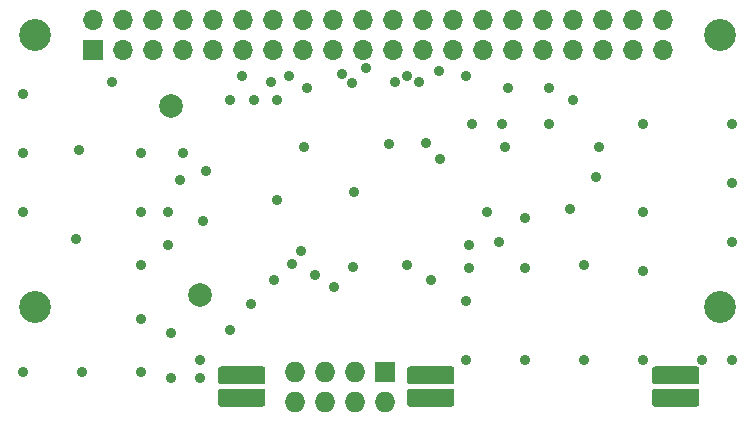
<source format=gbs>
G04 #@! TF.GenerationSoftware,KiCad,Pcbnew,(5.1.5-0)*
G04 #@! TF.CreationDate,2020-04-28T00:47:03+02:00*
G04 #@! TF.ProjectId,ecg_ads1292_main,6563675f-6164-4733-9132-39325f6d6169,rev?*
G04 #@! TF.SameCoordinates,Original*
G04 #@! TF.FileFunction,Soldermask,Bot*
G04 #@! TF.FilePolarity,Negative*
%FSLAX46Y46*%
G04 Gerber Fmt 4.6, Leading zero omitted, Abs format (unit mm)*
G04 Created by KiCad (PCBNEW (5.1.5-0)) date 2020-04-28 00:47:03*
%MOMM*%
%LPD*%
G04 APERTURE LIST*
%ADD10O,1.727200X1.727200*%
%ADD11R,1.727200X1.727200*%
%ADD12C,2.000000*%
%ADD13C,0.150000*%
%ADD14R,1.700000X1.700000*%
%ADD15O,1.700000X1.700000*%
%ADD16C,2.700000*%
%ADD17C,0.900000*%
G04 APERTURE END LIST*
D10*
X225480000Y-128540000D03*
X225480000Y-126000000D03*
X228020000Y-128540000D03*
X228020000Y-126000000D03*
X230560000Y-128540000D03*
X230560000Y-126000000D03*
X233100000Y-128540000D03*
D11*
X233100000Y-126000000D03*
D12*
X215000000Y-103500000D03*
X217500000Y-119500000D03*
D13*
G36*
X222774505Y-127426204D02*
G01*
X222798773Y-127429804D01*
X222822572Y-127435765D01*
X222845671Y-127444030D01*
X222867850Y-127454520D01*
X222888893Y-127467132D01*
X222908599Y-127481747D01*
X222926777Y-127498223D01*
X222943253Y-127516401D01*
X222957868Y-127536107D01*
X222970480Y-127557150D01*
X222980970Y-127579329D01*
X222989235Y-127602428D01*
X222995196Y-127626227D01*
X222998796Y-127650495D01*
X223000000Y-127674999D01*
X223000000Y-128700001D01*
X222998796Y-128724505D01*
X222995196Y-128748773D01*
X222989235Y-128772572D01*
X222980970Y-128795671D01*
X222970480Y-128817850D01*
X222957868Y-128838893D01*
X222943253Y-128858599D01*
X222926777Y-128876777D01*
X222908599Y-128893253D01*
X222888893Y-128907868D01*
X222867850Y-128920480D01*
X222845671Y-128930970D01*
X222822572Y-128939235D01*
X222798773Y-128945196D01*
X222774505Y-128948796D01*
X222750001Y-128950000D01*
X219249999Y-128950000D01*
X219225495Y-128948796D01*
X219201227Y-128945196D01*
X219177428Y-128939235D01*
X219154329Y-128930970D01*
X219132150Y-128920480D01*
X219111107Y-128907868D01*
X219091401Y-128893253D01*
X219073223Y-128876777D01*
X219056747Y-128858599D01*
X219042132Y-128838893D01*
X219029520Y-128817850D01*
X219019030Y-128795671D01*
X219010765Y-128772572D01*
X219004804Y-128748773D01*
X219001204Y-128724505D01*
X219000000Y-128700001D01*
X219000000Y-127674999D01*
X219001204Y-127650495D01*
X219004804Y-127626227D01*
X219010765Y-127602428D01*
X219019030Y-127579329D01*
X219029520Y-127557150D01*
X219042132Y-127536107D01*
X219056747Y-127516401D01*
X219073223Y-127498223D01*
X219091401Y-127481747D01*
X219111107Y-127467132D01*
X219132150Y-127454520D01*
X219154329Y-127444030D01*
X219177428Y-127435765D01*
X219201227Y-127429804D01*
X219225495Y-127426204D01*
X219249999Y-127425000D01*
X222750001Y-127425000D01*
X222774505Y-127426204D01*
G37*
G36*
X222774505Y-125551204D02*
G01*
X222798773Y-125554804D01*
X222822572Y-125560765D01*
X222845671Y-125569030D01*
X222867850Y-125579520D01*
X222888893Y-125592132D01*
X222908599Y-125606747D01*
X222926777Y-125623223D01*
X222943253Y-125641401D01*
X222957868Y-125661107D01*
X222970480Y-125682150D01*
X222980970Y-125704329D01*
X222989235Y-125727428D01*
X222995196Y-125751227D01*
X222998796Y-125775495D01*
X223000000Y-125799999D01*
X223000000Y-126825001D01*
X222998796Y-126849505D01*
X222995196Y-126873773D01*
X222989235Y-126897572D01*
X222980970Y-126920671D01*
X222970480Y-126942850D01*
X222957868Y-126963893D01*
X222943253Y-126983599D01*
X222926777Y-127001777D01*
X222908599Y-127018253D01*
X222888893Y-127032868D01*
X222867850Y-127045480D01*
X222845671Y-127055970D01*
X222822572Y-127064235D01*
X222798773Y-127070196D01*
X222774505Y-127073796D01*
X222750001Y-127075000D01*
X219249999Y-127075000D01*
X219225495Y-127073796D01*
X219201227Y-127070196D01*
X219177428Y-127064235D01*
X219154329Y-127055970D01*
X219132150Y-127045480D01*
X219111107Y-127032868D01*
X219091401Y-127018253D01*
X219073223Y-127001777D01*
X219056747Y-126983599D01*
X219042132Y-126963893D01*
X219029520Y-126942850D01*
X219019030Y-126920671D01*
X219010765Y-126897572D01*
X219004804Y-126873773D01*
X219001204Y-126849505D01*
X219000000Y-126825001D01*
X219000000Y-125799999D01*
X219001204Y-125775495D01*
X219004804Y-125751227D01*
X219010765Y-125727428D01*
X219019030Y-125704329D01*
X219029520Y-125682150D01*
X219042132Y-125661107D01*
X219056747Y-125641401D01*
X219073223Y-125623223D01*
X219091401Y-125606747D01*
X219111107Y-125592132D01*
X219132150Y-125579520D01*
X219154329Y-125569030D01*
X219177428Y-125560765D01*
X219201227Y-125554804D01*
X219225495Y-125551204D01*
X219249999Y-125550000D01*
X222750001Y-125550000D01*
X222774505Y-125551204D01*
G37*
G36*
X238774505Y-127426204D02*
G01*
X238798773Y-127429804D01*
X238822572Y-127435765D01*
X238845671Y-127444030D01*
X238867850Y-127454520D01*
X238888893Y-127467132D01*
X238908599Y-127481747D01*
X238926777Y-127498223D01*
X238943253Y-127516401D01*
X238957868Y-127536107D01*
X238970480Y-127557150D01*
X238980970Y-127579329D01*
X238989235Y-127602428D01*
X238995196Y-127626227D01*
X238998796Y-127650495D01*
X239000000Y-127674999D01*
X239000000Y-128700001D01*
X238998796Y-128724505D01*
X238995196Y-128748773D01*
X238989235Y-128772572D01*
X238980970Y-128795671D01*
X238970480Y-128817850D01*
X238957868Y-128838893D01*
X238943253Y-128858599D01*
X238926777Y-128876777D01*
X238908599Y-128893253D01*
X238888893Y-128907868D01*
X238867850Y-128920480D01*
X238845671Y-128930970D01*
X238822572Y-128939235D01*
X238798773Y-128945196D01*
X238774505Y-128948796D01*
X238750001Y-128950000D01*
X235249999Y-128950000D01*
X235225495Y-128948796D01*
X235201227Y-128945196D01*
X235177428Y-128939235D01*
X235154329Y-128930970D01*
X235132150Y-128920480D01*
X235111107Y-128907868D01*
X235091401Y-128893253D01*
X235073223Y-128876777D01*
X235056747Y-128858599D01*
X235042132Y-128838893D01*
X235029520Y-128817850D01*
X235019030Y-128795671D01*
X235010765Y-128772572D01*
X235004804Y-128748773D01*
X235001204Y-128724505D01*
X235000000Y-128700001D01*
X235000000Y-127674999D01*
X235001204Y-127650495D01*
X235004804Y-127626227D01*
X235010765Y-127602428D01*
X235019030Y-127579329D01*
X235029520Y-127557150D01*
X235042132Y-127536107D01*
X235056747Y-127516401D01*
X235073223Y-127498223D01*
X235091401Y-127481747D01*
X235111107Y-127467132D01*
X235132150Y-127454520D01*
X235154329Y-127444030D01*
X235177428Y-127435765D01*
X235201227Y-127429804D01*
X235225495Y-127426204D01*
X235249999Y-127425000D01*
X238750001Y-127425000D01*
X238774505Y-127426204D01*
G37*
G36*
X238774505Y-125551204D02*
G01*
X238798773Y-125554804D01*
X238822572Y-125560765D01*
X238845671Y-125569030D01*
X238867850Y-125579520D01*
X238888893Y-125592132D01*
X238908599Y-125606747D01*
X238926777Y-125623223D01*
X238943253Y-125641401D01*
X238957868Y-125661107D01*
X238970480Y-125682150D01*
X238980970Y-125704329D01*
X238989235Y-125727428D01*
X238995196Y-125751227D01*
X238998796Y-125775495D01*
X239000000Y-125799999D01*
X239000000Y-126825001D01*
X238998796Y-126849505D01*
X238995196Y-126873773D01*
X238989235Y-126897572D01*
X238980970Y-126920671D01*
X238970480Y-126942850D01*
X238957868Y-126963893D01*
X238943253Y-126983599D01*
X238926777Y-127001777D01*
X238908599Y-127018253D01*
X238888893Y-127032868D01*
X238867850Y-127045480D01*
X238845671Y-127055970D01*
X238822572Y-127064235D01*
X238798773Y-127070196D01*
X238774505Y-127073796D01*
X238750001Y-127075000D01*
X235249999Y-127075000D01*
X235225495Y-127073796D01*
X235201227Y-127070196D01*
X235177428Y-127064235D01*
X235154329Y-127055970D01*
X235132150Y-127045480D01*
X235111107Y-127032868D01*
X235091401Y-127018253D01*
X235073223Y-127001777D01*
X235056747Y-126983599D01*
X235042132Y-126963893D01*
X235029520Y-126942850D01*
X235019030Y-126920671D01*
X235010765Y-126897572D01*
X235004804Y-126873773D01*
X235001204Y-126849505D01*
X235000000Y-126825001D01*
X235000000Y-125799999D01*
X235001204Y-125775495D01*
X235004804Y-125751227D01*
X235010765Y-125727428D01*
X235019030Y-125704329D01*
X235029520Y-125682150D01*
X235042132Y-125661107D01*
X235056747Y-125641401D01*
X235073223Y-125623223D01*
X235091401Y-125606747D01*
X235111107Y-125592132D01*
X235132150Y-125579520D01*
X235154329Y-125569030D01*
X235177428Y-125560765D01*
X235201227Y-125554804D01*
X235225495Y-125551204D01*
X235249999Y-125550000D01*
X238750001Y-125550000D01*
X238774505Y-125551204D01*
G37*
G36*
X259524505Y-127426204D02*
G01*
X259548773Y-127429804D01*
X259572572Y-127435765D01*
X259595671Y-127444030D01*
X259617850Y-127454520D01*
X259638893Y-127467132D01*
X259658599Y-127481747D01*
X259676777Y-127498223D01*
X259693253Y-127516401D01*
X259707868Y-127536107D01*
X259720480Y-127557150D01*
X259730970Y-127579329D01*
X259739235Y-127602428D01*
X259745196Y-127626227D01*
X259748796Y-127650495D01*
X259750000Y-127674999D01*
X259750000Y-128700001D01*
X259748796Y-128724505D01*
X259745196Y-128748773D01*
X259739235Y-128772572D01*
X259730970Y-128795671D01*
X259720480Y-128817850D01*
X259707868Y-128838893D01*
X259693253Y-128858599D01*
X259676777Y-128876777D01*
X259658599Y-128893253D01*
X259638893Y-128907868D01*
X259617850Y-128920480D01*
X259595671Y-128930970D01*
X259572572Y-128939235D01*
X259548773Y-128945196D01*
X259524505Y-128948796D01*
X259500001Y-128950000D01*
X255999999Y-128950000D01*
X255975495Y-128948796D01*
X255951227Y-128945196D01*
X255927428Y-128939235D01*
X255904329Y-128930970D01*
X255882150Y-128920480D01*
X255861107Y-128907868D01*
X255841401Y-128893253D01*
X255823223Y-128876777D01*
X255806747Y-128858599D01*
X255792132Y-128838893D01*
X255779520Y-128817850D01*
X255769030Y-128795671D01*
X255760765Y-128772572D01*
X255754804Y-128748773D01*
X255751204Y-128724505D01*
X255750000Y-128700001D01*
X255750000Y-127674999D01*
X255751204Y-127650495D01*
X255754804Y-127626227D01*
X255760765Y-127602428D01*
X255769030Y-127579329D01*
X255779520Y-127557150D01*
X255792132Y-127536107D01*
X255806747Y-127516401D01*
X255823223Y-127498223D01*
X255841401Y-127481747D01*
X255861107Y-127467132D01*
X255882150Y-127454520D01*
X255904329Y-127444030D01*
X255927428Y-127435765D01*
X255951227Y-127429804D01*
X255975495Y-127426204D01*
X255999999Y-127425000D01*
X259500001Y-127425000D01*
X259524505Y-127426204D01*
G37*
G36*
X259524505Y-125551204D02*
G01*
X259548773Y-125554804D01*
X259572572Y-125560765D01*
X259595671Y-125569030D01*
X259617850Y-125579520D01*
X259638893Y-125592132D01*
X259658599Y-125606747D01*
X259676777Y-125623223D01*
X259693253Y-125641401D01*
X259707868Y-125661107D01*
X259720480Y-125682150D01*
X259730970Y-125704329D01*
X259739235Y-125727428D01*
X259745196Y-125751227D01*
X259748796Y-125775495D01*
X259750000Y-125799999D01*
X259750000Y-126825001D01*
X259748796Y-126849505D01*
X259745196Y-126873773D01*
X259739235Y-126897572D01*
X259730970Y-126920671D01*
X259720480Y-126942850D01*
X259707868Y-126963893D01*
X259693253Y-126983599D01*
X259676777Y-127001777D01*
X259658599Y-127018253D01*
X259638893Y-127032868D01*
X259617850Y-127045480D01*
X259595671Y-127055970D01*
X259572572Y-127064235D01*
X259548773Y-127070196D01*
X259524505Y-127073796D01*
X259500001Y-127075000D01*
X255999999Y-127075000D01*
X255975495Y-127073796D01*
X255951227Y-127070196D01*
X255927428Y-127064235D01*
X255904329Y-127055970D01*
X255882150Y-127045480D01*
X255861107Y-127032868D01*
X255841401Y-127018253D01*
X255823223Y-127001777D01*
X255806747Y-126983599D01*
X255792132Y-126963893D01*
X255779520Y-126942850D01*
X255769030Y-126920671D01*
X255760765Y-126897572D01*
X255754804Y-126873773D01*
X255751204Y-126849505D01*
X255750000Y-126825001D01*
X255750000Y-125799999D01*
X255751204Y-125775495D01*
X255754804Y-125751227D01*
X255760765Y-125727428D01*
X255769030Y-125704329D01*
X255779520Y-125682150D01*
X255792132Y-125661107D01*
X255806747Y-125641401D01*
X255823223Y-125623223D01*
X255841401Y-125606747D01*
X255861107Y-125592132D01*
X255882150Y-125579520D01*
X255904329Y-125569030D01*
X255927428Y-125560765D01*
X255951227Y-125554804D01*
X255975495Y-125551204D01*
X255999999Y-125550000D01*
X259500001Y-125550000D01*
X259524505Y-125551204D01*
G37*
D14*
X208370000Y-98770000D03*
D15*
X208370000Y-96230000D03*
X210910000Y-98770000D03*
X210910000Y-96230000D03*
X213450000Y-98770000D03*
X213450000Y-96230000D03*
X215990000Y-98770000D03*
X215990000Y-96230000D03*
X218530000Y-98770000D03*
X218530000Y-96230000D03*
X221070000Y-98770000D03*
X221070000Y-96230000D03*
X223610000Y-98770000D03*
X223610000Y-96230000D03*
X226150000Y-98770000D03*
X226150000Y-96230000D03*
X228690000Y-98770000D03*
X228690000Y-96230000D03*
X231230000Y-98770000D03*
X231230000Y-96230000D03*
X233770000Y-98770000D03*
X233770000Y-96230000D03*
X236310000Y-98770000D03*
X236310000Y-96230000D03*
X238850000Y-98770000D03*
X238850000Y-96230000D03*
X241390000Y-98770000D03*
X241390000Y-96230000D03*
X243930000Y-98770000D03*
X243930000Y-96230000D03*
X246470000Y-98770000D03*
X246470000Y-96230000D03*
X249010000Y-98770000D03*
X249010000Y-96230000D03*
X251550000Y-98770000D03*
X251550000Y-96230000D03*
X254090000Y-98770000D03*
X254090000Y-96230000D03*
X256630000Y-98770000D03*
X256630000Y-96230000D03*
D16*
X261500000Y-120500000D03*
X203500000Y-120500000D03*
X261500000Y-97500000D03*
X203500000Y-97500000D03*
D17*
X237700000Y-100500000D03*
X230313174Y-101563174D03*
X224000000Y-103000000D03*
X222000000Y-103000000D03*
X220000000Y-103000000D03*
X240000000Y-101000000D03*
X226250000Y-107000000D03*
X233500000Y-106750000D03*
X237750000Y-108000000D03*
X241750000Y-112500000D03*
X240250000Y-115250000D03*
X235000000Y-116950000D03*
X230500000Y-110750000D03*
X226000000Y-115750000D03*
X225250000Y-116900000D03*
X221750000Y-120250000D03*
X225000000Y-101000000D03*
X235000000Y-101000000D03*
X230450000Y-117150000D03*
X237000000Y-118250000D03*
X223750000Y-118250000D03*
X240000000Y-120000000D03*
X240000000Y-125000000D03*
X245000000Y-125000000D03*
X250000000Y-125000000D03*
X255000000Y-125000000D03*
X260000000Y-125000000D03*
X262500000Y-125000000D03*
X262500000Y-115000000D03*
X262500000Y-110000000D03*
X262500000Y-105000000D03*
X202500000Y-102500000D03*
X202500000Y-107500000D03*
X202500000Y-112500000D03*
X202500000Y-126000000D03*
X207500000Y-126000000D03*
X212500000Y-126000000D03*
X217500000Y-125000000D03*
X220000000Y-122500000D03*
X212500000Y-107500000D03*
X212500000Y-112500000D03*
X245000000Y-117250000D03*
X255000000Y-112500000D03*
X255000000Y-105000000D03*
X212500000Y-117000000D03*
X212500000Y-121500000D03*
X207000000Y-114750000D03*
X207250000Y-107250000D03*
X210000000Y-101500000D03*
X216000000Y-107500000D03*
X247000000Y-102000000D03*
X247000000Y-105000000D03*
X243500000Y-102000000D03*
X243000000Y-105000000D03*
X240500000Y-105000000D03*
X236600000Y-106600000D03*
X243250000Y-107000000D03*
X251250000Y-107000000D03*
X251000000Y-109500000D03*
X248750000Y-112250000D03*
X245000000Y-113000000D03*
X242750000Y-115000000D03*
X240250000Y-117250000D03*
X217500000Y-126500000D03*
X215000000Y-126500000D03*
X215000000Y-122750000D03*
X214750000Y-115250000D03*
X214750000Y-112500000D03*
X215750000Y-109750000D03*
X218000000Y-109000000D03*
X224000000Y-111500000D03*
X217750000Y-113250000D03*
X250000000Y-117000000D03*
X255000000Y-117500000D03*
X249000000Y-103000000D03*
X221000016Y-101000000D03*
X229500000Y-100750000D03*
X223500000Y-101500020D03*
X234000000Y-101500000D03*
X236000010Y-101500000D03*
X226499988Y-102000012D03*
X231500000Y-100300000D03*
X227216636Y-117816636D03*
X228800000Y-118800000D03*
M02*

</source>
